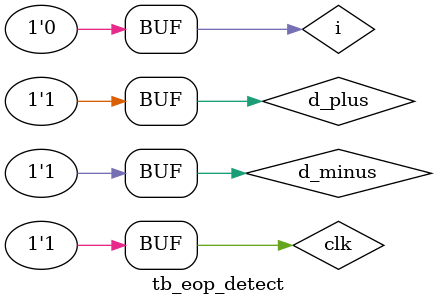
<source format=sv>
`timescale 1 ns / 100 ps
module tb_eop_detect
();
	reg d_plus;
	reg d_minus;
	reg eop;
	reg clk = 1;
	reg i = 0;
always
begin
	#1 clk = 0;
	#1 clk = 1;
end

initial
begin
//Test1
	for(i = 0; i<4; i++)
	begin
		d_plus = 0;
		d_minus = 0;
		#2;
		d_plus = 0;
		d_minus = 1;
		#2;
		d_plus = 1;
		d_minus = 0;
		#2;
		d_plus = 1;
		d_minus = 1;
		#2;
	end
end

eop_detect A0 (d_plus, d_minus, eop);
endmodule

</source>
